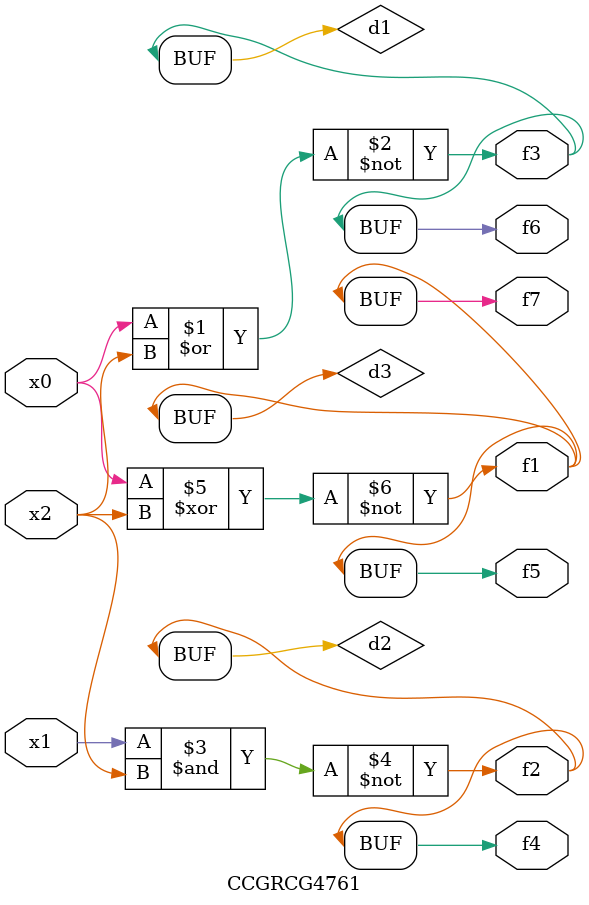
<source format=v>
module CCGRCG4761(
	input x0, x1, x2,
	output f1, f2, f3, f4, f5, f6, f7
);

	wire d1, d2, d3;

	nor (d1, x0, x2);
	nand (d2, x1, x2);
	xnor (d3, x0, x2);
	assign f1 = d3;
	assign f2 = d2;
	assign f3 = d1;
	assign f4 = d2;
	assign f5 = d3;
	assign f6 = d1;
	assign f7 = d3;
endmodule

</source>
